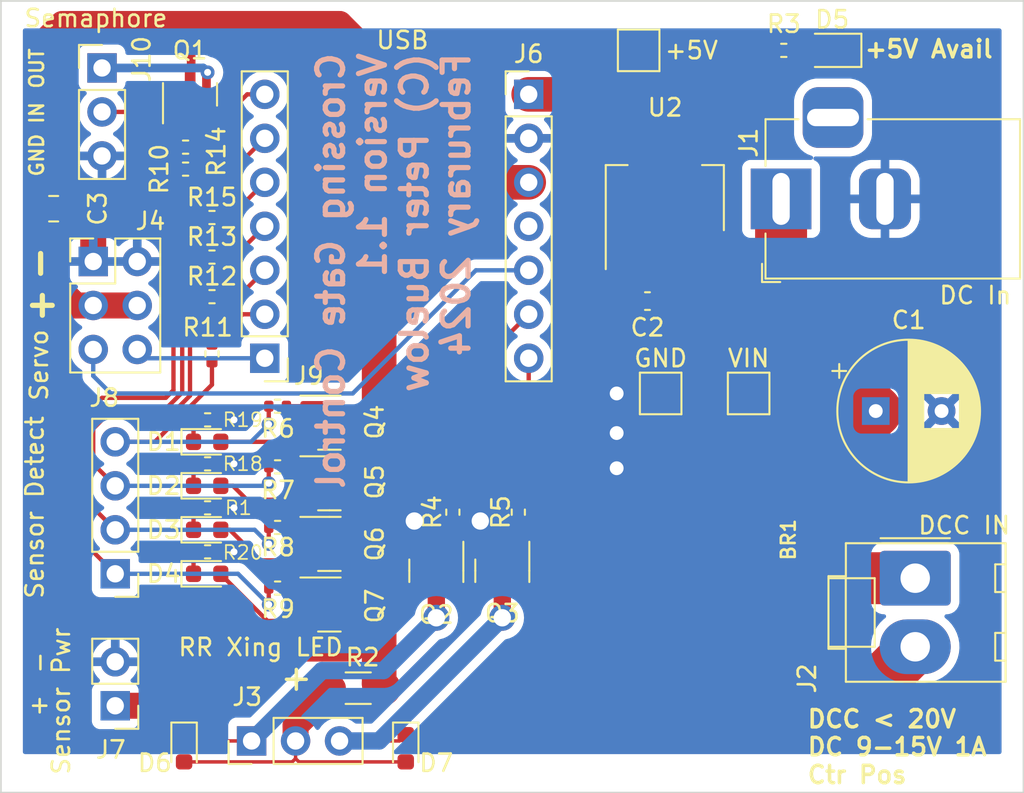
<source format=kicad_pcb>
(kicad_pcb (version 20221018) (generator pcbnew)
  (layers (0 "F.Cu" signal) (31 "B.Cu" signal) (34 "B.Paste" user) (35 "F.Paste" user) (36 "B.SilkS" user "B.Silkscreen") (37 "F.SilkS" user "F.Silkscreen") (38 "B.Mask" user) (39 "F.Mask" user) (44 "Edge.Cuts" user))
  (net 0 "")
  (net 1 "GND")
  (net 2 "Net-(D1-A)")
  (net 3 "+5V")
  (net 4 "Net-(J2-Pin_2)")
  (net 5 "+3V3")
  (net 6 "DETECT1")
  (net 7 "DETECT2")
  (net 8 "DETECT3")
  (net 9 "DETECT4")
  (net 10 "SIGRIGHT")
  (net 11 "SIGLEFT")
  (net 12 "GATE1")
  (net 13 "GATE2")
  (net 14 "ISACTIVE")
  (net 15 "Net-(J10-Pin_1)")
  (net 17 "Net-(D2-A)")
  (net 18 "Net-(D3-A)")
  (net 19 "Net-(D4-A)")
  (net 20 "Net-(D5-A)")
  (net 21 "SEMAPHORE")
  (net 23 "Net-(Q4-B)")
  (net 24 "Net-(Q5-B)")
  (net 25 "Net-(Q6-B)")
  (net 26 "Net-(Q7-B)")
  (net 27 "Net-(J10-Pin_2)")
  (net 28 "Net-(J9-Pin_2)")
  (net 29 "Net-(J9-Pin_3)")
  (net 30 "Net-(J9-Pin_4)")
  (net 31 "Net-(J9-Pin_5)")
  (net 32 "Net-(Q1-B)")
  (net 33 "Net-(Q2-B)")
  (net 34 "Net-(Q3-B)")
  (net 35 "Net-(D6-A)")
  (net 36 "Net-(U2-VI)")
  (net 37 "Net-(BR1-~.)")
  (net 38 "Net-(D1-K)")
  (net 39 "Net-(D2-K)")
  (net 40 "Net-(D3-K)")
  (net 41 "Net-(D4-K)")
  (net 42 "Net-(D6-K)")
  (net 43 "Net-(D7-K)")
  (footprint "Resistor_SMD:R_0402_1005Metric" (layer "F.Cu") (at 61.7 58.65 180)
    (fp_text reference "R6" (at -0.022 -1.294) (layer "F.SilkS"))
    (fp_text value "1k" hide)
    (pad "1" smd roundrect (at -0.51 0 180) (size 0.54 0.64) (layers "F.Cu" "F.Paste" "F.Mask") (net 23 "Net-(Q4-B)"))
    (pad "2" smd roundrect (at 0.51 0 180) (size 0.54 0.64) (layers "F.Cu" "F.Paste" "F.Mask") (net 6 "DETECT1"))
  )
  (footprint "Resistor_SMD:R_0402_1005Metric" (layer "F.Cu") (at 90.93 38.1)
    (fp_text reference "R3" (at 0.002 -1.524) (layer "F.SilkS"))
    (fp_text value "1k" hide)
    (pad "1" smd roundrect (at -0.51 0) (size 0.54 0.64) (layers "F.Cu" "F.Paste" "F.Mask") (net 3 "+5V"))
    (pad "2" smd roundrect (at 0.51 0) (size 0.54 0.64) (layers "F.Cu" "F.Paste" "F.Mask") (net 20 "Net-(D5-A)"))
  )
  (footprint "Resistor_SMD:R_1206_3216Metric" (layer "F.Cu") (at 66.3555 74.93 180)
    (fp_text reference "R2" (at -0.254 1.778) (layer "F.SilkS"))
    (fp_text value "1k" hide)
    (pad "1" smd roundrect (at -1.4625 0 180) (size 1.125 1.75) (layers "F.Cu" "F.Paste" "F.Mask") (roundrect_rratio 0.2222222222) (net 5 "+3V3"))
    (pad "2" smd roundrect (at 1.4625 0 180) (size 1.125 1.75) (layers "F.Cu" "F.Paste" "F.Mask") (roundrect_rratio 0.2222222222) (net 35 "Net-(D6-A)"))
  )
  (footprint "Package_TO_SOT_SMD:SOT-223" (layer "F.Cu") (at 84.06 46.634 90)
    (fp_text reference "U2" (at 5.232 0.014 180) (layer "F.SilkS"))
    (fp_text value "CJT1117-5.0" hide)
    (pad "1" smd rect (at -3.15 -2.3 90) (size 2 1.5) (layers "F.Cu" "F.Paste" "F.Mask") (net 1 "GND"))
    (pad "2" smd rect (at -3.15 0 90) (size 2 1.5) (layers "F.Cu" "F.Paste" "F.Mask") (net 3 "+5V"))
    (pad "3" smd rect (at -3.15 2.3 90) (size 2 1.5) (layers "F.Cu" "F.Paste" "F.Mask") (net 36 "Net-(U2-VI)"))
    (pad "4" smd rect (at 3.15 0 90) (size 2 3.8) (layers "F.Cu" "F.Paste" "F.Mask"))
  )
  (footprint "Capacitor_SMD:C_0805_2012Metric" (layer "F.Cu") (at 48.768 47.244)
    (fp_text reference "C3" (at 2.54 0 90) (layer "F.SilkS"))
    (fp_text value "47uf" hide)
    (pad "1" smd roundrect (at -0.95 0) (size 1 1.45) (layers "F.Cu" "F.Paste" "F.Mask") (net 5 "+3V3"))
    (pad "2" smd roundrect (at 0.95 0) (size 1 1.45) (layers "F.Cu" "F.Paste" "F.Mask") (net 1 "GND"))
  )
  (footprint "Resistor_SMD:R_0402_1005Metric" (layer "F.Cu") (at 57.66 59.436 180)
    (fp_text reference "R19" (at -2.03 0) (layer "F.SilkS") (effects (font (size 0.8 0.8) (thickness 0.1))))
    (fp_text value "100" hide)
    (pad "1" smd roundrect (at -0.51 0 180) (size 0.54 0.64) (layers "F.Cu" "F.Paste" "F.Mask") (net 1 "GND"))
    (pad "2" smd roundrect (at 0.51 0 180) (size 0.54 0.64) (layers "F.Cu" "F.Paste" "F.Mask") (net 38 "Net-(D1-K)"))
  )
  (footprint "LED_SMD:LED_0603_1608Metric" (layer "F.Cu") (at 57.6325 60.706)
    (fp_text reference "D1" (at -2.5145 0) (layer "F.SilkS"))
    (fp_text value "Yellow" hide)
    (pad "1" smd roundrect (at -0.7875 0) (size 0.875 0.95) (layers "F.Cu" "F.Paste" "F.Mask") (net 38 "Net-(D1-K)"))
    (pad "2" smd roundrect (at 0.7875 0) (size 0.875 0.95) (layers "F.Cu" "F.Paste" "F.Mask") (net 2 "Net-(D1-A)"))
  )
  (footprint "Resistor_SMD:R_0402_1005Metric" (layer "F.Cu") (at 56.386 43.688 180)
    (fp_text reference "R14" (at -1.78 -0.254 90) (layer "F.SilkS"))
    (fp_text value "1k" hide)
    (pad "1" smd roundrect (at -0.51 0 180) (size 0.54 0.64) (layers "F.Cu" "F.Paste" "F.Mask") (net 21 "SEMAPHORE"))
    (pad "2" smd roundrect (at 0.51 0 180) (size 0.54 0.64) (layers "F.Cu" "F.Paste" "F.Mask") (net 32 "Net-(Q1-B)"))
  )
  (footprint "Package_TO_SOT_SMD:SOT-23" (layer "F.Cu") (at 70.866 68.1505 -90)
    (fp_text reference "Q2" (at 2.54 0 -180) (layer "F.SilkS"))
    (fp_text value "MMBT2222A" hide)
    (pad "1" smd roundrect (at -0.9375 -0.95 270) (size 1.475 0.6) (layers "F.Cu" "F.Paste" "F.Mask") (net 33 "Net-(Q2-B)"))
    (pad "2" smd roundrect (at -0.9375 0.95 270) (size 1.475 0.6) (layers "F.Cu" "F.Paste" "F.Mask") (net 1 "GND"))
    (pad "3" smd roundrect (at 0.9375 0 270) (size 1.475 0.6) (layers "F.Cu" "F.Paste" "F.Mask") (net 42 "Net-(D6-K)"))
  )
  (footprint "Connector_BarrelJack:BarrelJack_Horizontal" (layer "F.Cu") (at 90.774 46.6775 180)
    (fp_text reference "J1" (at 1.874 3.2435 90) (layer "F.SilkS"))
    (fp_text value "Barrel_Jack_Switch" hide)
    (pad "1" thru_hole rect (at 0 0 180) (size 3.5 3.5) (drill oval 1 3) (layers "*.Cu" "*.Mask") (net 36 "Net-(U2-VI)"))
    (pad "2" thru_hole roundrect (at -6 0 180) (size 3 3.5) (drill oval 1 3) (layers "*.Cu" "*.Mask") (net 1 "GND"))
    (pad "3" thru_hole roundrect (at -3 4.7 180) (size 3.5 3.5) (drill oval 3 1) (layers "*.Cu" "*.Mask"))
  )
  (footprint "Resistor_SMD:R_0402_1005Metric" (layer "F.Cu") (at 57.91 55.626 90)
    (fp_text reference "R11" (at 1.524 -0.252 180) (layer "F.SilkS"))
    (fp_text value "120" hide)
    (pad "1" smd roundrect (at -0.51 0 90) (size 0.54 0.64) (layers "F.Cu" "F.Paste" "F.Mask") (net 6 "DETECT1"))
    (pad "2" smd roundrect (at 0.51 0 90) (size 0.54 0.64) (layers "F.Cu" "F.Paste" "F.Mask") (net 28 "Net-(J9-Pin_2)"))
  )
  (footprint "Connector_PinHeader_2.54mm:PinHeader_2x03_P2.54mm_Vertical" (layer "F.Cu") (at 51.054 50.292)
    (fp_text reference "J4" (at 3.302 -2.33) (layer "F.SilkS"))
    (fp_text value "Conn_02x03_Top_Bottom" hide)
    (pad "1" thru_hole rect (at 0 0) (size 1.7 1.7) (drill 1) (layers "*.Cu" "*.Mask") (net 1 "GND"))
    (pad "2" thru_hole oval (at 2.54 0) (size 1.7 1.7) (drill 1) (layers "*.Cu" "*.Mask") (net 1 "GND"))
    (pad "3" thru_hole oval (at 0 2.54) (size 1.7 1.7) (drill 1) (layers "*.Cu" "*.Mask") (net 5 "+3V3"))
    (pad "4" thru_hole oval (at 2.54 2.54) (size 1.7 1.7) (drill 1) (layers "*.Cu" "*.Mask") (net 5 "+3V3"))
    (pad "5" thru_hole oval (at 0 5.08) (size 1.7 1.7) (drill 1) (layers "*.Cu" "*.Mask") (net 13 "GATE2"))
    (pad "6" thru_hole oval (at 2.54 5.08) (size 1.7 1.7) (drill 1) (layers "*.Cu" "*.Mask") (net 12 "GATE1"))
  )
  (footprint "Resistor_SMD:R_0402_1005Metric" (layer "F.Cu") (at 61.7 62.15)
    (fp_text reference "R7" (at 0.022 1.35) (layer "F.SilkS"))
    (fp_text value "1k" hide)
    (pad "1" smd roundrect (at -0.51 0) (size 0.54 0.64) (layers "F.Cu" "F.Paste" "F.Mask") (net 7 "DETECT2"))
    (pad "2" smd roundrect (at 0.51 0) (size 0.54 0.64) (layers "F.Cu" "F.Paste" "F.Mask") (net 24 "Net-(Q5-B)"))
  )
  (footprint "Resistor_SMD:R_0402_1005Metric" (layer "F.Cu") (at 61.7 69.15 180)
    (fp_text reference "R9" (at -0.022 -1.208) (layer "F.SilkS"))
    (fp_text value "1k" hide)
    (pad "1" smd roundrect (at -0.51 0 180) (size 0.54 0.64) (layers "F.Cu" "F.Paste" "F.Mask") (net 26 "Net-(Q7-B)"))
    (pad "2" smd roundrect (at 0.51 0 180) (size 0.54 0.64) (layers "F.Cu" "F.Paste" "F.Mask") (net 9 "DETECT4"))
  )
  (footprint "Package_TO_SOT_SMD:SOT-23" (layer "F.Cu") (at 64.69 59.6)
    (fp_text reference "Q4" (at 2.6185 -0.04 90) (layer "F.SilkS"))
    (fp_text value "MMBT2222A" hide)
    (pad "1" smd roundrect (at -0.9375 -0.95) (size 1.475 0.6) (layers "F.Cu" "F.Paste" "F.Mask") (net 23 "Net-(Q4-B)"))
    (pad "2" smd roundrect (at -0.9375 0.95) (size 1.475 0.6) (layers "F.Cu" "F.Paste" "F.Mask") (net 2 "Net-(D1-A)"))
    (pad "3" smd roundrect (at 0.9375 0) (size 1.475 0.6) (layers "F.Cu" "F.Paste" "F.Mask") (net 5 "+3V3"))
  )
  (footprint "Connector_PinHeader_2.54mm:PinHeader_1x04_P2.54mm_Vertical" (layer "F.Cu") (at 52.324 68.326 180)
    (fp_text reference "J8" (at 0.635 10.16) (layer "F.SilkS"))
    (fp_text value "Screw_Terminal_01x04" hide)
    (pad "1" thru_hole rect (at 0 0 180) (size 1.7 1.7) (drill 1) (layers "*.Cu" "*.Mask") (net 9 "DETECT4"))
    (pad "2" thru_hole oval (at 0 2.54 180) (size 1.7 1.7) (drill 1) (layers "*.Cu" "*.Mask") (net 8 "DETECT3"))
    (pad "3" thru_hole oval (at 0 5.08 180) (size 1.7 1.7) (drill 1) (layers "*.Cu" "*.Mask") (net 7 "DETECT2"))
    (pad "4" thru_hole oval (at 0 7.62 180) (size 1.7 1.7) (drill 1) (layers "*.Cu" "*.Mask") (net 6 "DETECT1"))
  )
  (footprint "Connector_PinHeader_2.54mm:PinHeader_1x07_P2.54mm_Vertical" (layer "F.Cu") (at 60.96 55.88 180)
    (fp_text reference "J9" (at -2.54 -1.016) (layer "F.SilkS"))
    (fp_text value "Conn_01x07_Pin" hide)
    (pad "1" thru_hole rect (at 0 0 180) (size 1.7 1.7) (drill 1) (layers "*.Cu" "*.Mask") (net 12 "GATE1"))
    (pad "2" thru_hole oval (at 0 2.54 180) (size 1.7 1.7) (drill 1) (layers "*.Cu" "*.Mask") (net 28 "Net-(J9-Pin_2)"))
    (pad "3" thru_hole oval (at 0 5.08 180) (size 1.7 1.7) (drill 1) (layers "*.Cu" "*.Mask") (net 29 "Net-(J9-Pin_3)"))
    (pad "4" thru_hole oval (at 0 7.62 180) (size 1.7 1.7) (drill 1) (layers "*.Cu" "*.Mask") (net 30 "Net-(J9-Pin_4)"))
    (pad "5" thru_hole oval (at 0 10.16 180) (size 1.7 1.7) (drill 1) (layers "*.Cu" "*.Mask") (net 31 "Net-(J9-Pin_5)"))
    (pad "6" thru_hole oval (at 0 12.7 180) (size 1.7 1.7) (drill 1) (layers "*.Cu" "*.Mask") (net 14 "ISACTIVE"))
    (pad "7" thru_hole oval (at 0 15.24 180) (size 1.7 1.7) (drill 1) (layers "*.Cu" "*.Mask") (net 21 "SEMAPHORE"))
  )
  (footprint "TestPoint:TestPoint_Pad_2.0x2.0mm" (layer "F.Cu") (at 88.9 57.912)
    (fp_text reference "TP2" hide)
    (fp_text value "VIN" (at 0 -2.032) (layer "F.SilkS"))
    (pad "1" smd rect (at 0 0) (size 2 2) (layers "F.Cu" "F.Mask") (net 36 "Net-(U2-VI)"))
  )
  (footprint "Package_TO_SOT_SMD:SOT-23" (layer "F.Cu") (at 64.69 70.1)
    (fp_text reference "Q7" (at 2.6185 0.0785 90) (layer "F.SilkS"))
    (fp_text value "MMBT2222A" hide)
    (pad "1" smd roundrect (at -0.9375 -0.95) (size 1.475 0.6) (layers "F.Cu" "F.Paste" "F.Mask") (net 26 "Net-(Q7-B)"))
    (pad "2" smd roundrect (at -0.9375 0.95) (size 1.475 0.6) (layers "F.Cu" "F.Paste" "F.Mask") (net 19 "Net-(D4-A)"))
    (pad "3" smd roundrect (at 0.9375 0) (size 1.475 0.6) (layers "F.Cu" "F.Paste" "F.Mask") (net 5 "+3V3"))
  )
  (footprint "Package_TO_SOT_SMD:SOT-23" (layer "F.Cu") (at 56.642 40.64 90)
    (fp_text reference "Q1" (at 2.54 0 180) (layer "F.SilkS"))
    (fp_text value "MMBT2222A" hide)
    (pad "1" smd roundrect (at -0.9375 -0.95 90) (size 1.475 0.6) (layers "F.Cu" "F.Paste" "F.Mask") (net 32 "Net-(Q1-B)"))
    (pad "2" smd roundrect (at -0.9375 0.95 90) (size 1.475 0.6) (layers "F.Cu" "F.Paste" "F.Mask") (net 15 "Net-(J10-Pin_1)"))
    (pad "3" smd roundrect (at 0.9375 0 90) (size 1.475 0.6) (layers "F.Cu" "F.Paste" "F.Mask") (net 5 "+3V3"))
  )
  (footprint "Connector_PinHeader_2.54mm:PinHeader_1x03_P2.54mm_Vertical" (layer "F.Cu") (at 60.198 77.978 90)
    (fp_text reference "J3" (at 2.54 -0.254 180) (layer "F.SilkS"))
    (fp_text value "Signals" hide)
    (pad "1" thru_hole rect (at 0 0 90) (size 1.7 1.7) (drill 1) (layers "*.Cu" "*.Mask") (net 42 "Net-(D6-K)"))
    (pad "2" thru_hole oval (at 0 2.54 90) (size 1.7 1.7) (drill 1) (layers "*.Cu" "*.Mask") (net 35 "Net-(D6-A)"))
    (pad "3" thru_hole oval (at 0 5.08 90) (size 1.7 1.7) (drill 1) (layers "*.Cu" "*.Mask") (net 43 "Net-(D7-K)"))
  )
  (footprint "TestPoint:TestPoint_Pad_2.0x2.0mm" (layer "F.Cu") (at 82.55 38.1 180)
    (fp_text reference "TP3" hide)
    (fp_text value "+5V" (at -3.048 0) (layer "F.SilkS"))
    (pad "1" smd rect (at 0 0 180) (size 2 2) (layers "F.Cu" "F.Mask") (net 3 "+5V"))
  )
  (footprint "Package_TO_SOT_SMD:SOT-23" (layer "F.Cu") (at 64.69 66.6)
    (fp_text reference "Q6" (at 2.6185 0 90) (layer "F.SilkS"))
    (fp_text value "MMBT2222A" hide)
    (pad "1" smd roundrect (at -0.9375 -0.95) (size 1.475 0.6) (layers "F.Cu" "F.Paste" "F.Mask") (net 25 "Net-(Q6-B)"))
    (pad "2" smd roundrect (at -0.9375 0.95) (size 1.475 0.6) (layers "F.Cu" "F.Paste" "F.Mask") (net 18 "Net-(D3-A)"))
    (pad "3" smd roundrect (at 0.9375 0) (size 1.475 0.6) (layers "F.Cu" "F.Paste" "F.Mask") (net 5 "+3V3"))
  )
  (footprint "TestPoint:TestPoint_Pad_2.0x2.0mm" (layer "F.Cu") (at 83.82 57.912)
    (fp_text reference "TP1" hide)
    (fp_text value "GND" (at 0 -2.032) (layer "F.SilkS"))
    (pad "1" smd rect (at 0 0) (size 2 2) (layers "F.Cu" "F.Mask") (net 1 "GND"))
  )
  (footprint "LED_SMD:LED_0603_1608Metric" (layer "F.Cu") (at 56.3 78.4 -90)
    (fp_text reference "D6" (at 0.848 1.69) (layer "F.SilkS"))
    (fp_text value "LED" hide)
    (pad "1" smd roundrect (at -0.7875 0 270) (size 0.875 0.95) (layers "F.Cu" "F.Paste" "F.Mask") (net 42 "Net-(D6-K)"))
    (pad "2" smd roundrect (at 0.7875 0 270) (size 0.875 0.95) (layers "F.Cu" "F.Paste" "F.Mask") (net 35 "Net-(D6-A)"))
  )
  (footprint "LED_SMD:LED_0603_1608Metric" (layer "F.Cu") (at 57.6325 68.326)
    (fp_text reference "D4" (at -2.5145 0) (layer "F.SilkS"))
    (fp_text value "Yellow" hide)
    (pad "1" smd roundrect (at -0.7875 0) (size 0.875 0.95) (layers "F.Cu" "F.Paste" "F.Mask") (net 41 "Net-(D4-K)"))
    (pad "2" smd roundrect (at 0.7875 0) (size 0.875 0.95) (layers "F.Cu" "F.Paste" "F.Mask") (net 19 "Net-(D4-A)"))
  )
  (footprint "Connector_PinHeader_2.54mm:PinHeader_1x07_P2.54mm_Vertical" (layer "F.Cu") (at 76.2 40.64)
    (fp_text reference "J6" (at 0 -2.33) (layer "F.SilkS"))
    (fp_text value "Conn_01x07_Pin" hide)
    (pad "1" thru_hole rect (at 0 0) (size 1.7 1.7) (drill 1) (layers "*.Cu" "*.Mask") (net 3 "+5V"))
    (pad "2" thru_hole oval (at 0 2.54) (size 1.7 1.7) (drill 1) (layers "*.Cu" "*.Mask") (net 1 "GND"))
    (pad "3" thru_hole oval (at 0 5.08) (size 1.7 1.7) (drill 1) (layers "*.Cu" "*.Mask") (net 5 "+3V3"))
    (pad "4" thru_hole oval (at 0 7.62) (size 1.7 1.7) (drill 1) (layers "*.Cu" "*.Mask"))
    (pad "5" thru_hole oval (at 0 10.16) (size 1.7 1.7) (drill 1) (layers "*.Cu" "*.Mask") (net 13 "GATE2"))
    (pad "6" thru_hole oval (at 0 12.7) (size 1.7 1.7) (drill 1) (layers "*.Cu" "*.Mask") (net 10 "SIGRIGHT"))
    (pad "7" thru_hole oval (at 0 15.24) (size 1.7 1.7) (drill 1) (layers "*.Cu" "*.Mask") (net 11 "SIGLEFT"))
  )
  (footprint "Resistor_SMD:R_0402_1005Metric" (layer "F.Cu") (at 57.91 47.752)
    (fp_text reference "R15" (at 0 -1.17) (layer "F.SilkS"))
    (fp_text value "120" hide)
    (pad "1" smd roundrect (at -0.51 0) (size 0.54 0.64) (layers "F.Cu" "F.Paste" "F.Mask") (net 9 "DETECT4"))
    (pad "2" smd roundrect (at 0.51 0) (size 0.54 0.64) (layers "F.Cu" "F.Paste" "F.Mask") (net 31 "Net-(J9-Pin_5)"))
  )
  (footprint "Resistor_SMD:R_0402_1005Metric" (layer "F.Cu") (at 75.6 64.768 -90)
    (fp_text reference "R5" (at 0 1.016 90) (layer "F.SilkS"))
    (fp_text value "1k" hide)
    (pad "1" smd roundrect (at -0.51 0 270) (size 0.54 0.64) (layers "F.Cu" "F.Paste" "F.Mask") (net 11 "SIGLEFT"))
    (pad "2" smd roundrect (at 0.51 0 270) (size 0.54 0.64) (layers "F.Cu" "F.Paste" "F.Mask") (net 34 "Net-(Q3-B)"))
  )
  (footprint "Connector_PinHeader_2.54mm:PinHeader_1x03_P2.54mm_Vertical" (layer "F.Cu") (at 51.562 39.116)
    (fp_text reference "J10" (at 2.286 -0.508 90) (layer "F.SilkS"))
    (fp_text value "Signals" hide)
    (pad "1" thru_hole rect (at 0 0) (size 1.7 1.7) (drill 1) (layers "*.Cu" "*.Mask") (net 15 "Net-(J10-Pin_1)"))
    (pad "2" thru_hole oval (at 0 2.54) (size 1.7 1.7) (drill 1) (layers "*.Cu" "*.Mask") (net 27 "Net-(J10-Pin_2)"))
    (pad "3" thru_hole oval (at 0 5.08) (size 1.7 1.7) (drill 1) (layers "*.Cu" "*.Mask") (net 1 "GND"))
  )
  (footprint "Connector_PinHeader_2.54mm:PinHeader_1x02_P2.54mm_Vertical" (layer "F.Cu") (at 52.324 75.946 180)
    (fp_text reference "J7" (at 0.254 -2.54 180) (layer "F.SilkS"))
    (fp_text value "Sensor Power" hide)
    (pad "1" thru_hole rect (at 0 0 180) (size 1.7 1.7) (drill 1) (layers "*.Cu" "*.Mask") (net 5 "+3V3"))
    (pad "2" thru_hole oval (at 0 2.54 180) (size 1.7 1.7) (drill 1) (layers "*.Cu" "*.Mask") (net 1 "GND"))
  )
  (footprint "LED_SMD:LED_0603_1608Metric" (layer "F.Cu") (at 69.1 78.4 -90)
    (fp_text reference "D7" (at 0.848 -1.766) (layer "F.SilkS"))
    (fp_text value "LED" hide)
    (pad "1" smd roundrect (at -0.7875 0 270) (size 0.875 0.95) (layers "F.Cu" "F.Paste" "F.Mask") (net 43 "Net-(D7-K)"))
    (pad "2" smd roundrect (at 0.7875 0 270) (size 0.875 0.95) (layers "F.Cu" "F.Paste" "F.Mask") (net 35 "Net-(D6-A)"))
  )
  (footprint "personal:DIOB_DB107S" (layer "F.Cu") (at 86.37041 66.35558)
    (fp_text reference "BR1" (at 4.826 0 90) (layer "F.SilkS") (effects (font (size 0.8 0.8))))
    (fp_text value "DB107S" hide)
    (pad "+" smd rect (at 2.54959 -4.12558) (size 1.2 1.9) (layers "F.Cu" "F.Paste" "F.Mask") (net 36 "Net-(U2-VI)"))
    (pad "-" smd rect (at -2.55041 -4.12558) (size 1.2 1.9) (layers "F.Cu" "F.Paste" "F.Mask") (net 1 "GND"))
    (pad "3" smd rect (at 2.54959 4.12442) (size 1.2 1.9) (layers "F.Cu" "F.Paste" "F.Mask") (net 37 "Net-(BR1-~.)"))
    (pad "4" smd rect (at -2.55041 4.12442) (size 1.2 1.9) (layers "F.Cu" "F.Paste" "F.Mask") (net 4 "Net-(J2-Pin_2)"))
  )
  (footprint "Resistor_SMD:R_0402_1005Metric" (layer "F.Cu") (at 57.912 52.324)
    (fp_text reference "R12" (at 0 -1.17) (layer "F.SilkS"))
    (fp_text value "120" hide)
    (pad "1" smd roundrect (at -0.51 0) (size 0.54 0.64) (layers "F.Cu" "F.Paste" "F.Mask") (net 7 "DETECT2"))
    (pad "2" smd roundrect (at 0.51 0) (size 0.54 0.64) (layers "F.Cu" "F.Paste" "F.Mask") (net 29 "Net-(J9-Pin_3)"))
  )
  (footprint "Package_TO_SOT_SMD:SOT-23" (layer "F.Cu") (at 74.676 68.1505 -90)
    (fp_text reference "Q3" (at 2.4615 0 -180) (layer "F.SilkS"))
    (fp_text value "MMBT2222A" hide)
    (pad "1" smd roundrect (at -0.9375 -0.95 270) (size 1.475 0.6) (layers "F.Cu" "F.Paste" "F.Mask") (net 34 "Net-(Q3-B)"))
    (pad "2" smd roundrect (at -0.9375 0.95 270) (size 1.475 0.6) (layers "F.Cu" "F.Paste" "F.Mask") (net 1 "GND"))
    (pad "3" smd roundrect (at 0.9375 0 270) (size 1.475 0.6) (layers "F.Cu" "F.Paste" "F.Mask") (net 43 "Net-(D7-K)"))
  )
  (footprint "Resistor_SMD:R_0402_1005Metric" (layer "F.Cu") (at 56.386 44.958 180)
    (fp_text reference "R10" (at 1.522 0 90) (layer "F.SilkS"))
    (fp_text value "120" hide)
    (pad "1" smd roundrect (at -0.51 0 180) (size 0.54 0.64) (layers "F.Cu" "F.Paste" "F.Mask") (net 14 "ISACTIVE"))
    (pad "2" smd roundrect (at 0.51 0 180) (size 0.54 0.64) (layers "F.Cu" "F.Paste" "F.Mask") (net 27 "Net-(J10-Pin_2)"))
  )
  (footprint "Resistor_SMD:R_0402_1005Metric" (layer "F.Cu") (at 71.82 64.768 -90)
    (fp_text reference "R4" (at 0 1.1938 90) (layer "F.SilkS"))
    (fp_text value "1k" hide)
    (pad "1" smd roundrect (at -0.51 0 270) (size 0.54 0.64) (layers "F.Cu" "F.Paste" "F.Mask") (net 10 "SIGRIGHT"))
    (pad "2" smd roundrect (at 0.51 0 270) (size 0.54 0.64) (layers "F.Cu" "F.Paste" "F.Mask") (net 33 "Net-(Q2-B)"))
  )
  (footprint "Package_TO_SOT_SMD:SOT-23" (layer "F.Cu") (at 64.69 63.1)
    (fp_text reference "Q5" (at 2.6185 -0.0785 90) (layer "F.SilkS"))
    (fp_text value "MMBT2222A" hide)
    (pad "1" smd roundrect (at -0.9375 -0.95) (size 1.475 0.6) (layers "F.Cu" "F.Paste" "F.Mask") (net 24 "Net-(Q5-B)"))
    (pad "2" smd roundrect (at -0.9375 0.95) (size 1.475 0.6) (layers "F.Cu" "F.Paste" "F.Mask") (net 17 "Net-(D2-A)"))
    (pad "3" smd roundrect (at 0.9375 0) (size 1.475 0.6) (layers "F.Cu" "F.Paste" "F.Mask") (net 5 "+3V3"))
  )
  (footprint "Resistor_SMD:R_0402_1005Metric" (layer "F.Cu") (at 57.658 61.976 180)
    (fp_text reference "R18" (at -2.032 0) (layer "F.SilkS") (effects (font (size 0.8 0.8) (thickness 0.1))))
    (fp_text value "100" hide)
    (pad "1" smd roundrect (at -0.51 0 180) (size 0.54 0.64) (layers "F.Cu" "F.Paste" "F.Mask") (net 1 "GND"))
    (pad "2" smd roundrect (at 0.51 0 180) (size 0.54 0.64) (layers "F.Cu" "F.Paste" "F.Mask") (net 39 "Net-(D2-K)"))
  )
  (footprint "LED_SMD:LED_0603_1608Metric" (layer "F.Cu") (at 57.6325 63.246)
    (fp_text reference "D2" (at -2.5145 0) (layer "F.SilkS"))
    (fp_text value "Yellow" hide)
    (pad "1" smd roundrect (at -0.7875 0) (size 0.875 0.95) (layers "F.Cu" "F.Paste" "F.Mask") (net 39 "Net-(D2-K)"))
    (pad "2" smd roundrect (at 0.7875 0) (size 0.875 0.95) (layers "F.Cu" "F.Paste" "F.Mask") (net 17 "Net-(D2-A)"))
  )
  (footprint "Capacitor_THT:CP_Radial_D8.0mm_P3.80mm" (layer "F.Cu") (at 96.241349 58.928)
    (fp_text reference "C1" (at 1.9 -5.25) (layer "F.SilkS"))
    (fp_text value "330uf" hide)
    (pad "1" thru_hole rect (at 0 0) (size 1.6 1.6) (drill 0.8) (layers "*.Cu" "*.Mask") (net 36 "Net-(U2-VI)"))
    (pad "2" thru_hole circle (at 3.8 0) (size 1.6 1.6) (drill 0.8) (layers "*.Cu" "*.Mask") (net 1 "GND"))
  )
  (footprint "LED_SMD:LED_0603_1608Metric" (layer "F.Cu") (at 57.6325 65.786)
    (fp_text reference "D3" (at -2.5145 0) (layer "F.SilkS"))
    (fp_text value "Yellow" hide)
    (pad "1" smd roundrect (at -0.7875 0) (size 0.875 0.95) (layers "F.Cu" "F.Paste" "F.Mask") (net 40 "Net-(D3-K)"))
    (pad "2" smd roundrect (at 0.7875 0) (size 0.875 0.95) (layers "F.Cu" "F.Paste" "F.Mask") (net 18 "Net-(D3-A)"))
  )
  (footprint "Capacitor_SMD:C_0603_1608Metric" (layer "F.Cu") (at 83.058 52.578 180)
    (fp_text reference "C2" (at 0 -1.524 180) (layer "F.SilkS"))
    (fp_text value "220pf" hide)
    (pad "1" smd roundrect (at -0.775 0 180) (size 0.9 0.95) (layers "F.Cu" "F.Paste" "F.Mask") (net 3 "+5V"))
    (pad "2" smd roundrect (at 0.775 0 180) (size 0.9 0.95) (layers "F.Cu" "F.Paste" "F.Mask") (net 1 "GND"))
  )
  (footprint "Resistor_SMD:R_0402_1005Metric" (layer "F.Cu") (at 61.7 65.65 180)
    (fp_text reference "R8" (at -0.022 -1.152) (layer "F.SilkS"))
    (fp_text value "1k" hide)
    (pad "1" smd roundrect (at -0.51 0 180) (size 0.54 0.64) (layers "F.Cu" "F.Paste" "F.Mask") (net 25 "Net-(Q6-B)"))
    (pad "2" smd roundrect (at 0.51 0 180) (size 0.54 0.64) (layers "F.Cu" "F.Paste" "F.Mask") (net 8 "DETECT3"))
  )
  (footprint "Connector_Molex:Molex_KK-396_A-41791-0002_1x02_P3.96mm_Vertical" (layer "F.Cu") (at 98.52 68.58 -90)
    (fp_text reference "J2" (at 5.79 6.245 90) (layer "F.SilkS"))
    (fp_text value "DCC IN" (at -3.048 -2.826) (layer "F.SilkS"))
    (pad "1" thru_hole roundrect (at 0 0 270) (size 3.16 4.1) (drill 1.7) (layers "*.Cu" "*.Mask") (roundrect_rratio 0.07911392405) (net 37 "Net-(BR1-~.)"))
    (pad "2" thru_hole oval (at 3.96 0 270) (size 3.16 4.1) (drill 1.7) (layers "*.Cu" "*.Mask") (net 4 "Net-(J2-Pin_2)"))
  )
  (footprint "Resistor_SMD:R_0402_1005Metric" (layer "F.Cu") (at 57.658 67.056 180)
    (fp_text reference "R20" (at -2.032 -0.044) (layer "F.SilkS") (effects (font (size 0.8 0.8) (thickness 0.1))))
    (fp_text value "100" hide)
    (pad "1" smd roundrect (at -0.51 0 180) (size 0.54 0.64) (layers "F.Cu" "F.Paste" "F.Mask") (net 1 "GND"))
    (pad "2" smd roundrect (at 0.51 0 180) (size 0.54 0.64) (layers "F.Cu" "F.Paste" "F.Mask") (net 41 "Net-(D4-K)"))
  )
  (footprint "Resistor_SMD:R_0402_1005Metric" (layer "F.Cu") (at 57.656 64.516 180)
    (fp_text reference "R1" (at -1.78 -0.004) (layer "F.SilkS") (effects (font (size 0.8 0.8) (thickness 0.1))))
    (fp_text value "100" hide)
    (pad "1" smd roundrect (at -0.51 0 180) (size 0.54 0.64) (layers "F.Cu" "F.Paste" "F.Mask") (net 1 "GND"))
    (pad "2" smd roundrect (at 0.51 0 180) (size 0.54 0.64) (layers "F.Cu" "F.Paste" "F.Mask") (net 40 "Net-(D3-K)"))
  )
  (footprint "Resistor_SMD:R_0402_1005Metric" (layer "F.Cu") (at 57.91 50.038)
    (fp_text reference "R13" (at 0 -1.17) (layer "F.SilkS"))
    (fp_text value "120" hide)
    (pad "1" smd roundrect (at -0.51 0) (size 0.54 0.64) (layers "F.Cu" "F.Paste" "F.Mask") (net 8 "DETECT3"))
    (pad "2" smd roundrect (at 0.51 0) (size 0.54 0.64) (layers "F.Cu" "F.Paste" "F.Mask") (net 30 "Net-(J9-Pin_4)"))
  )
  (footprint "LED_SMD:LED_0805_2012Metric" (layer "F.Cu") (at 93.726 38.1 180)
    (fp_text reference "D5" (at 0 1.778) (layer "F.SilkS"))
    (fp_text value "Green" hide)
    (pad "1" smd roundrect (at -0.9375 0 180) (size 0.975 1.4) (layers "F.Cu" "F.Paste" "F.Mask") (net 1 "GND"))
    (pad "2" smd roundrect (at 0.9375 0 180) (size 0.975 1.4) (layers "F.Cu" "F.Paste" "F.Mask") (net 20 "Net-(D5-A)"))
  )
  (gr_rect (start 45.72 35.241802) (end 104.775 80.961802) (stroke (width 0.1)) (fill none) (layer "Edge.Cuts"))
  (gr_text "Crossing Gate Control\nVersion 1.1\n(C) Peter Buelow\nFebrurary 2024" (at 72.898 38.1 90) (layer "B.SilkS") (effects (font (size 1.5 1.5) (thickness 0.3) bold) (justify left bottom mirror)))
  (gr_text "-" (at 47.244 49.276 -90) (layer "F.SilkS") (effects (font (size 1.5 1.5) (thickness 0.3) bold) (justify left bottom)))
  (gr_text "Semaphore" (at 46.99 36.83) (layer "F.SilkS") (effects (font (size 1 1)) (justify left bottom)))
  (gr_text "GND" (at 48.26 45.466 90) (layer "F.SilkS") (effects (font (size 0.8 0.8)) (justify left bottom)))
  (gr_text "+" (at 61.722 75.184) (layer "F.SilkS") (effects (font (size 1.5 1.5) (thickness 0.2)) (justify left bottom)))
  (gr_text "OUT" (at 48.26 40.386 90) (layer "F.SilkS") (effects (font (size 0.8 0.8)) (justify left bottom)))
  (gr_text "DCC < 20V\nDC 9-15V 1A\nCtr Pos" (at 92.202 80.518) (layer "F.SilkS") (effects (font (size 1 1) (thickness 0.2) bold) (justify left bottom)))
  (gr_text "+" (at 46.99 53.594) (layer "F.SilkS") (effects (font (size 1.5 1.5) (thickness 0.3) bold) (justify left bottom)))
  (gr_text "DC In" (at 99.822 52.832) (layer "F.SilkS") (effects (font (size 1 1)) (justify left bottom)))
  (gr_text "RR Xing LED" (at 55.88 73.152) (layer "F.SilkS") (effects (font (size 1 1)) (justify left bottom)))
  (gr_text "Sensor Detect" (at 48.26 69.85 90) (layer "F.SilkS") (effects (font (size 1 1)) (justify left bottom)))
  (gr_text "Sensor Pwr" (at 49.784 80.01 90) (layer "F.SilkS") (effects (font (size 1 1)) (justify left bottom)))
  (gr_text "IN" (at 48.26 42.418 90) (layer "F.SilkS") (effects (font (size 0.8 0.8)) (justify left bottom)))
  (gr_text "-" (at 48.514 74.168 90) (layer "F.SilkS") (effects (font (size 1 1)) (justify left bottom)))
  (gr_text "+5V Avail" (at 95.504 38.608) (layer "F.SilkS") (effects (font (size 1 1) (thickness 0.2) bold) (justify left bottom)))
  (gr_text "USB" (at 67.31 38.1) (layer "F.SilkS") (effects (font (size 1 1)) (justify left bottom)))
  (gr_text "Servo" (at 48.514 58.42 90) (layer "F.SilkS") (effects (font (size 1 1)) (justify left bottom)))
  (gr_text "+" (at 47.244 76.454) (layer "F.SilkS") (effects (font (size 1 1)) (justify left bottom)))
  (segment (start 83.82 62.23) (end 83.82 57.912) (width 2) (layer "F.Cu") (net 1))
  (segment (start 81.76 55.852) (end 81.76 52.155) (width 2) (layer "F.Cu") (net 1))
  (segment (start 81.28 50.264) (end 81.76 49.784) (width 2) (layer "F.Cu") (net 1))
  (segment (start 95.758 38.1) (end 94.6635 38.1) (width 0.25) (layer "F.Cu") (net 1))
  (segment (start 81.28 60.198) (end 81.28 62.23) (width 2) (layer "F.Cu") (net 1))
  (segment (start 69.596 66.893) (end 69.916 67.213) (width 1) (layer "F.Cu") (net 1))
  (segment (start 51.054 50.292) (end 51.054 48.58) (width 1.5) (layer "F.Cu") (net 1))
  (segment (start 81.28 57.912) (end 81.28 50.264) (width 2) (layer "F.Cu") (net 1))
  (segment (start 69.596 65.278) (end 69.596 66.893) (width 1) (layer "F.Cu") (net 1))
  (segment (start 73.406 65.278) (end 73.406 66.893) (width 1) (layer "F.Cu") (net 1))
  (segment (start 58.168 67.056) (end 59.182 67.056) (width 0.25) (layer "F.Cu") (net 1))
  (segment (start 83.82 62.23) (end 81.28 62.23) (width 2) (layer "F.Cu") (net 1))
  (segment (start 95.758 38.1) (end 96.774 39.116) (width 0.25) (layer "F.Cu") (net 1))
  (segment (start 83.82 57.912) (end 81.28 57.912) (width 2) (layer "F.Cu") (net 1))
  (segment (start 81.76 52.155) (end 82.183 52.578) (width 2) (layer "F.Cu") (net 1))
  (segment (start 97.282 46.4235) (end 97.536 46.6775) (width 0.25) (layer "F.Cu") (net 1))
  (segment (start 51.054 48.58) (end 49.718 47.244) (width 1.5) (layer "F.Cu") (net 1))
  (segment (start 81.28 57.912) (end 81.28 60.198) (width 2) (layer "F.Cu") (net 1))
  (segment (start 81.76 49.784) (end 81.76 52.155) (width 2) (layer "F.Cu") (net 1))
  (segment (start 96.774 39.116) (end 96.774 46.6775) (width 0.25) (layer "F.Cu") (net 1))
  (segment (start 58.168 61.976) (end 59.182 61.976) (width 0.25) (layer "F.Cu") (net 1))
  (segment (start 83.82 57.912) (end 81.76 55.852) (width 2) (layer "F.Cu") (net 1))
  (segment (start 58.166 64.516) (end 59.182 64.516) (width 0.25) (layer "F.Cu") (net 1))
  (segment (start 58.17 59.436) (end 59.182 59.436) (width 0.25) (layer "F.Cu") (net 1))
  (segment (start 73.406 66.893) (end 73.726 67.213) (width 1) (layer "F.Cu") (net 1))
  (via (at 59.182 59.436) (size 0.8) (drill 0.4) (layers "F.Cu" "B.Cu") (net 1))
  (via (at 81.28 60.198) (size 1.5) (drill 0.8) (layers "F.Cu" "B.Cu") (net 1))
  (via (at 69.596 65.278) (size 1.5) (drill 1) (layers "F.Cu" "B.Cu") (net 1))
  (via (at 59.182 64.516) (size 0.8) (drill 0.4) (layers "F.Cu" "B.Cu") (net 1))
  (via (at 81.28 62.23) (size 1.5) (drill 0.8) (layers "F.Cu" "B.Cu") (net 1))
  (via (at 59.182 67.056) (size 0.8) (drill 0.4) (layers "F.Cu" "B.Cu") (net 1))
  (via (at 59.182 61.976) (size 0.8) (drill 0.4) (layers "F.Cu" "B.Cu") (net 1))
  (via (at 73.406 65.278) (size 1.5) (drill 1) (layers "F.Cu" "B.Cu") (net 1))
  (via (at 81.28 57.912) (size 1.5) (drill 0.8) (layers "F.Cu" "B.Cu") (net 1))
  (segment (start 63.5965 60.706) (end 63.7525 60.55) (width 0.25) (layer "F.Cu") (net 2))
  (segment (start 58.42 60.706) (end 63.5965 60.706) (width 0.25) (layer "F.Cu") (net 2))
  (segment (start 84.06 49.784) (end 84.06 48.520163) (width 2) (layer "F.Cu") (net 3))
  (segment (start 83.833 52.578) (end 84.06 52.351) (width 0.2) (layer "F.Cu") (net 3))
  (segment (start 84.06 52.351) (end 84.06 49.784) (width 0.2) (layer "F.Cu") (net 3))
  (segment (start 76.2 40.64) (end 77.978 40.64) (width 2) (layer "F.Cu") (net 3))
  (segment (start 84.06 48.520163) (end 79.424 43.884163) (width 2) (layer "F.Cu") (net 3))
  (segment (start 82.55 38.1) (end 80.518 38.1) (width 0.5) (layer "F.Cu") (net 3))
  (segment (start 79.424 43.884163) (end 79.424 42.086) (width 2) (layer "F.Cu") (net 3))
  (segment (start 79.424 42.086) (end 77.978 40.64) (width 2) (layer "F.Cu") (net 3))
  (segment (start 90.42 38.1) (end 82.55 38.1) (width 0.25) (layer "F.Cu") (net 3))
  (segment (start 80.518 38.1) (end 77.978 40.64) (width 0.5) (layer "F.Cu") (net 3))
  (segment (start 83.82 70.48) (end 83.82 72.39) (width 3) (layer "F.Cu") (net 4))
  (segment (start 96.13 74.93) (end 98.52 72.54) (width 3) (layer "F.Cu") (net 4))
  (segment (start 83.82 72.39) (end 86.36 74.93) (width 3) (layer "F.Cu") (net 4))
  (segment (start 86.36 74.93) (end 96.13 74.93) (width 3) (layer "F.Cu") (net 4))
  (segment (start 74.422 45.72) (end 76.2 45.72) (width 2) (layer "F.Cu") (net 5))
  (segment (start 67.564 69.342) (end 67.564 71.12) (width 2) (layer "F.Cu") (net 5))
  (segment (start 67.564 61.976) (end 67.564 64.516) (width 2) (layer "F.Cu") (net 5))
  (segment (start 53.594 52.832) (end 51.054 52.832) (width 1.5) (layer "F.Cu") (net 5))
  (segment (start 66.806 70.1) (end 67.564 69.342) (width 0.5) (layer "F.Cu") (net 5))
  (segment (start 65.6275 63.1) (end 66.44 63.1) (width 0.5) (layer "F.Cu") (net 5))
  (segment (start 52.324 75.946) (end 56.134 75.946) (width 1.5) (layer "F.Cu") (net 5))
  (segment (start 66.04 72.644) (end 67.564 71.12) (width 1.5) (layer "F.Cu") (net 5))
  (segment (start 65.278 36.576) (end 58.166 36.576) (width 1.5) (layer "F.Cu") (net 5))
  (segment (start 56.708 39.878) (end 56.708 38.034) (width 0.5) (layer "F.Cu") (net 5))
  (segment (start 47.752 38.1) (end 47.752 46.99) (width 1.5) (layer "F.Cu") (net 5))
  (segment (start 67.564 64.516) (end 67.564 65.532) (width 2) (layer "F.Cu") (net 5))
  (segment (start 56.708 38.034) (end 58.166 36.576) (width 0.5) (layer "F.Cu") (net 5))
  (segment (start 65.6275 70.1) (end 66.806 70.1) (width 0.5) (layer "F.Cu") (net 5))
  (segment (start 74.422 45.72) (end 67.564 52.578) (width 2) (layer "F.Cu") (net 5))
  (segment (start 67.564 52.578) (end 67.564 58.42) (width 2) (layer "F.Cu") (net 5))
  (segment (start 56.134 75.946) (end 59.436 72.644) (width 1.5) (layer "F.Cu") (net 5))
  (segment (start 47.752 46.99) (end 47.752 50.546) (width 1.5) (layer "F.Cu") (net 5))
  (segment (start 50.038 52.832) (end 47.752 50.546) (width 1.5) (layer "F.Cu") (net 5))
  (segment (start 67.564 58.42) (end 67.564 61.976) (width 2) (layer "F.Cu") (net 5))
  (segment (start 66.496 66.6) (end 67.564 65.532) (width 0.5) (layer "F.Cu") (net 5))
  (segment (start 59.436 72.644) (end 66.04 72.644) (width 1.5) (layer "F.Cu") (net 5))
  (segment (start 49.276 36.576) (end 47.752 38.1) (width 1.5) (layer "F.Cu") (net 5))
  (segment (start 65.278 36.576) (end 74.422 45.72) (width 1.5) (layer "F.Cu") (net 5))
  (segment (start 51.054 52.832) (end 50.038 52.832) (width 1.5) (layer "F.Cu") (net 5))
  (segment (start 58.166 36.576) (end 49.276 36.576) (width 1.5) (layer "F.Cu") (net 5))
  (segment (start 66.44 63.1) (end 67.564 61.976) (width 0.5) (layer "F.Cu") (net 5))
  (segment (start 66.384 59.6) (end 67.564 58.42) (width 0.5) (layer "F.Cu") (net 5))
  (segment (start 67.564 68.58) (end 67.564 69.342) (width 2) (layer "F.Cu") (net 5))
  (segment (start 65.6275 66.6) (end 66.496 66.6) (width 0.5) (layer "F.Cu") (net 5))
  (segment (start 65.6275 59.6) (end 66.384 59.6) (width 0.5) (layer "F.Cu") (net 5))
  (segment (start 67.564 65.532) (end 67.564 68.58) (width 2) (layer "F.Cu") (net 5))
  (segment (start 67.564 74.676) (end 67.818 74.93) (width 2) (layer "F.Cu") (net 5))
  (segment (start 67.564 71.12) (end 67.564 74.676) (width 2) (layer "F.Cu") (net 5))
  (segment (start 52.324 60.706) (end 54.61 60.706) (width 0.25) (layer "F.Cu") (net 6))
  (segment (start 54.61 60.706) (end 57.91 57.406) (width 0.25) (layer "F.Cu") (net 6))
  (segment (start 61.19 59.68) (end 61.18 59.69) (width 0.25) (layer "F.Cu") (net 6))
  (segment (start 57.91 57.406) (end 57.91 56.136) (width 0.25) (layer "F.Cu") (net 6))
  (segment (start 61.19 58.65) (end 61.19 59.68) (width 0.25) (layer "F.Cu") (net 6))
  (via (at 61.18 59.69) (size 0.8) (drill 0.4) (layers "F.Cu" "B.Cu") (net 6))
  (segment (start 52.324 60.706) (end 60.164 60.706) (width 0.25) (layer "B.Cu") (net 6))
  (segment (start 60.164 60.706) (end 61.18 59.69) (width 0.25) (layer "B.Cu") (net 6))
  (segment (start 56.642 58.037604) (end 56.642 53.084) (width 0.25) (layer "F.Cu") (net 7))
  (segment (start 56.642 53.084) (end 57.402 52.324) (width 0.25) (layer "F.Cu") (net 7))
  (segment (start 52.324 63.246) (end 51.054 61.976) (width 0.25) (layer "F.Cu") (net 7))
  (segment (start 51.054 59.944) (end 51.816 59.182) (width 0.25) (layer "F.Cu") (net 7))
  (segment (start 55.497604 59.182) (end 56.642 58.037604) (width 0.25) (layer "F.Cu") (net 7))
  (segment (start 61.19 62.15) (end 61.19 63.1) (width 0.25) (layer "F.Cu") (net 7))
  (segment (start 51.816 59.182) (end 55.497604 59.182) (width 0.25) (layer "F.Cu") (net 7))
  (segment (start 51.054 61.976) (end 51.054 59.944) (width 0.25) (layer "F.Cu") (net 7))
  (via (at 61.19 63.1) (size 0.8) (drill 0.4) (layers "F.Cu" "B.Cu") (net 7))
  (segment (start 61.044 63.246) (end 61.19 63.1) (width 0.25) (layer "B.Cu") (net 7))
  (segment (start 52.324 63.246) (end 61.044 63.246) (width 0.25) (layer "B.Cu") (net 7))
  (segment (start 51.629604 58.732) (end 55.311208 58.732) (width 0.25) (layer "F.Cu") (net 8))
  (segment (start 50.604 59.757604) (end 51.629604 58.732) (width 0.25) (layer "F.Cu") (net 8))
  (segment (start 52.324 65.786) (end 50.604 64.066) (width 0.25) (layer "F.Cu") (net 8))
  (segment (start 56.192 51.246) (end 57.4 50.038) (width 0.25) (layer "F.Cu") (net 8))
  (segment (start 61.19 65.65) (end 61.19 66.6) (width 0.25) (layer "F.Cu") (net 8))
  (segment (start 56.192 57.851208) (end 56.192 51.246) (width 0.25) (layer "F.Cu") (net 8))
  (segment (start 50.604 64.066) (end 50.604 59.757604) (width 0.25) (layer "F.Cu") (net 8))
  (segment (start 55.311208 58.732) (end 56.192 57.851208) (width 0.25) (layer "F.Cu") (net 8))
  (via (at 61.19 66.6) (size 0.8) (drill 0.4) (layers "F.Cu" "B.Cu") (net 8))
  (segment (start 60.376 65.786) (end 61.19 66.6) (width 0.25) (layer "B.Cu") (net 8))
  (segment (start 52.324 65.786) (end 60.376 65.786) (width 0.25) (layer "B.Cu") (net 8))
  (segment (start 50.154 59.571208) (end 51.559208 58.166) (width 0.25) (layer "F.Cu") (net 9))
  (segment (start 55.687406 57.719406) (end 55.687406 49.464594) (width 0.25) (layer "F.Cu") (net 9))
  (segment (start 61.19 69.15) (end 61.19 70.1) (width 0.25) (layer "F.Cu") (net 9))
  (segment (start 52.324 68.326) (end 50.154 66.156) (width 0.25) (layer "F.Cu") (net 9))
  (segment (start 55.240812 58.166) (end 55.687406 57.719406) (width 0.25) (layer "F.Cu") (net 9))
  (segment (start 51.559208 58.166) (end 55.240812 58.166) (width 0.25) (layer "F.Cu") (net 9))
  (segment (start 55.687406 49.464594) (end 57.4 47.752) (width 0.25) (layer "F.Cu") (net 9))
  (segment (start 50.154 66.156) (end 50.154 59.571208) (width 0.25) (layer "F.Cu") (net 9))
  (via (at 61.19 70.1) (size 0.8) (drill 0.4) (layers "F.Cu" "B.Cu") (net 9))
  (segment (start 59.416 68.326) (end 61.19 70.1) (width 0.25) (layer "B.Cu") (net 9))
  (segment (start 52.324 68.326) (end 59.416 68.326) (width 0.25) (layer "B.Cu") (net 9))
  (segment (start 71.82 57.72) (end 76.2 53.34) (width 0.25) (layer "F.Cu") (net 10))
  (segment (start 71.82 64.258) (end 71.82 57.72) (width 0.25) (layer "F.Cu") (net 10))
  (segment (start 75.6 64.258) (end 76.2 63.658) (width 0.25) (layer "F.Cu") (net 11))
  (segment (start 76.2 63.658) (end 76.2 55.88) (width 0.25) (layer "F.Cu") (net 11))
  (segment (start 53.594 55.372) (end 54.102 55.88) (width 0.25) (layer "B.Cu") (net 12))
  (segment (start 54.102 55.88) (end 60.96 55.88) (width 0.25) (layer "B.Cu") (net 12))
  (segment (start 66.04 57.912) (end 73.152 50.8) (width 0.25) (layer "B.Cu") (net 13))
  (segment (start 51.054 55.372) (end 51.054 56.896) (width 0.25) (layer "B.Cu") (net 13))
  (segment (start 51.054 56.896) (end 52.07 57.912) (width 0.25) (layer "B.Cu") (net 13))
  (segment (start 73.152 50.8) (end 76.2 50.8) (width 0.25) (layer "B.Cu") (net 13))
  (segment (start 52.07 57.912) (end 66.04 57.912) (width 0.25) (layer "B.Cu") (net 13))
  (segment (start 59.182 44.958) (end 60.96 43.18) (width 0.25) (layer "F.Cu") (net 14))
  (segment (start 56.896 44.958) (end 59.182 44.958) (width 0.25) (layer "F.Cu") (net 14))
  (segment (start 57.592 39.436) (end 57.658 39.37) (width 0.5) (layer "F.Cu") (net 15))
  (segment (start 57.592 41.5775) (end 57.592 39.436) (width 0.5) (layer "F.Cu") (net 15))
  (via (at 57.658 39.37) (size 0.8) (drill 0.4) (layers "F.Cu" "B.Cu") (net 15))
  (segment (start 57.658 39.37) (end 57.404 39.116) (width 0.5) (layer "B.Cu") (net 15))
  (segment (start 57.404 39.116) (end 51.562 39.116) (width 0.5) (layer "B.Cu") (net 15))
  (segment (start 59.927462 64.05) (end 63.7525 64.05) (width 0.25) (layer "F.Cu") (net 17))
  (segment (start 58.42 63.246) (end 59.123462 63.246) (width 0.25) (layer "F.Cu") (net 17))
  (segment (start 59.123462 63.246) (end 59.927462 64.05) (width 0.25) (layer "F.Cu") (net 17))
  (segment (start 58.937305 65.786) (end 60.701305 67.55) (width 0.25) (layer "F.Cu") (net 18))
  (segment (start 60.701305 67.55) (end 63.7525 67.55) (width 0.25) (layer "F.Cu") (net 18))
  (segment (start 58.42 65.786) (end 58.937305 65.786) (width 0.25) (layer "F.Cu") (net 18))
  (segment (start 61.114695 71.05) (end 63.7525 71.05) (width 0.25) (layer "F.Cu") (net 19))
  (segment (start 58.42 68.355305) (end 61.114695 71.05) (width 0.25) (layer "F.Cu") (net 19))
  (segment (start 58.42 68.326) (end 58.42 68.355305) (width 0.25) (layer "F.Cu") (net 19))
  (segment (start 91.44 38.1) (end 92.7885 38.1) (width 0.25) (layer "F.Cu") (net 20))
  (segment (start 56.896 43.688) (end 58.42 43.688) (width 0.25) (layer "F.Cu") (net 21))
  (segment (start 59.436 42.672) (end 59.436 41.148) (width 0.25) (layer "F.Cu") (net 21))
  (segment (start 58.42 43.688) (end 59.436 42.672) (width 0.25) (layer "F.Cu") (net 21))
  (segment (start 59.944 40.64) (end 60.96 40.64) (width 0.25) (layer "F.Cu") (net 21))
  (segment (start 59.436 41.148) (end 59.944 40.64) (width 0.25) (layer "F.Cu") (net 21))
  (segment (start 63.7525 58.65) (end 62.21 58.65) (width 0.25) (layer "F.Cu") (net 23))
  (segment (start 63.7525 62.15) (end 62.21 62.15) (width 0.25) (layer "F.Cu") (net 24))
  (segment (start 63.7525 65.65) (end 62.21 65.65) (width 0.25) (layer "F.Cu") (net 25))
  (segment (start 63.7525 69.15) (end 62.21 69.15) (width 0.25) (layer "F.Cu") (net 26))
  (segment (start 54.61 44.45) (end 55.118 44.958) (width 0.25) (layer "F.Cu") (net 27))
  (segment (start 53.848 41.656) (end 54.61 42.418) (width 0.25) (layer "F.Cu") (net 27))
  (segment (start 54.61 42.418) (end 54.61 44.45) (width 0.25) (layer "F.Cu") (net 27))
  (segment (start 55.118 44.958) (end 55.876 44.958) (width 0.25) (layer "F.Cu") (net 27))
  (segment (start 51.562 41.656) (end 53.848 41.656) (width 0.25) (layer "F.Cu") (net 27))
  (segment (start 57.91 55.116) (end 59.686 53.34) (width 0.25) (layer "F.Cu") (net 28))
  (segment (start 59.686 53.34) (end 60.96 53.34) (width 0.25) (layer "F.Cu") (net 28))
  (segment (start 58.422 52.324) (end 59.436 52.324) (width 0.25) (layer "F.Cu") (net 29))
  (segment (start 59.436 52.324) (end 60.96 50.8) (width 0.25) (layer "F.Cu") (net 29))
  (segment (start 59.182 50.038) (end 60.96 48.26) (width 0.25) (layer "F.Cu") (net 30))
  (segment (start 58.42 50.038) (end 59.182 50.038) (width 0.25) (layer "F.Cu") (net 30))
  (segment (start 58.42 47.752) (end 58.928 47.752) (width 0.25) (layer "F.Cu") (net 31))
  (segment (start 58.928 47.752) (end 60.96 45.72) (width 0.25) (layer "F.Cu") (net 31))
  (segment (start 55.758 43.57) (end 55.876 43.688) (width 0.25) (layer "F.Cu") (net 32))
  (segment (start 55.758 41.753) (end 55.758 43.57) (width 0.25) (layer "F.Cu") (net 32))
  (segment (start 71.82 67.209) (end 71.816 67.213) (width 0.25) (layer "F.Cu") (net 33))
  (segment (start 71.82 65.278) (end 71.82 67.209) (width 0.25) (layer "F.Cu") (net 33))
  (segment (start 75.6 65.278) (end 75.6 67.187) (width 0.25) (layer "F.Cu") (net 34))
  (segment (start 75.6 67.187) (end 75.626 67.213) (width 0.25) (layer "F.Cu") (net 34))
  (segment (start 62.5445 79.1875) (end 56.3 79.1875) (width 0.2) (layer "F.Cu") (net 35))
  (segment (start 62.738 78.994) (end 62.5445 79.1875) (width 0.2) (layer "F.Cu") (net 35))
  (segment (start 64.893 74.93) (end 62.738 77.085) (width 1.5) (layer "F.Cu") (net 35))
  (segment (start 62.738 78.994) (end 62.9315 79.1875) (width 0.2) (layer "F.Cu") (net 35))
  (segment (start 62.738 77.978) (end 62.738 78.994) (width 0.2) (layer "F.Cu") (net 35))
  (segment (start 62.9315 79.1875) (end 69.1 79.1875) (width 0.2) (layer "F.Cu") (net 35))
  (segment (start 62.738 77.085) (end 62.738 77.978) (width 1.5) (layer "F.Cu") (net 35))
  (segment (start 88.92 62.23) (end 88.92 57.932) (width 2) (layer "F.Cu") (net 36))
  (segment (start 90.774 46.6775) (end 90.774 53.460651) (width 3) (layer "F.Cu") (net 36))
  (segment (start 89.916 58.928) (end 88.9 57.912) (width 3) (layer "F.Cu") (net 36))
  (segment (start 90.774 53.460651) (end 96.241349 58.928) (width 3) (layer "F.Cu") (net 36))
  (segment (start 88.92 57.932) (end 88.9 57.912) (width 2) (layer "F.Cu") (net 36))
  (segment (start 86.36 55.372) (end 88.9 57.912) (width 2) (layer "F.Cu") (net 36))
  (segment (start 92.939349 62.23) (end 96.241349 58.928) (width 3) (layer "F.Cu") (net 36))
  (segment (start 86.36 49.784) (end 86.36 55.372) (width 2) (layer "F.Cu") (net 36))
  (segment (start 88.92 62.23) (end 92.939349 62.23) (width 3) (layer "F.Cu") (net 36))
  (segment (start 96.241349 58.928) (end 89.916 58.928) (width 3) (layer "F.Cu") (net 36))
  (segment (start 98.52 68.58) (end 90.82 68.58) (width 3) (layer "F.Cu") (net 37))
  (segment (start 90.82 68.58) (end 88.92 70.48) (width 3) (layer "F.Cu") (net 37))
  (segment (start 56.845 59.741) (end 57.15 59.436) (width 0.25) (layer "F.Cu") (net 38))
  (segment (start 56.845 60.706) (end 56.845 59.741) (width 0.25) (layer "F.Cu") (net 38))
  (segment (start 56.845 62.279) (end 57.148 61.976) (width 0.25) (layer "F.Cu") (net 39))
  (segment (start 56.845 63.246) (end 56.845 62.279) (width 0.25) (layer "F.Cu") (net 39))
  (segment (start 56.845 64.817) (end 57.146 64.516) (width 0.25) (layer "F.Cu") (net 40))
  (segment (start 56.845 65.786) (end 56.845 64.817) (width 0.25) (layer "F.Cu") (net 40))
  (segment (start 56.845 67.359) (end 57.148 67.056) (width 0.25) (layer "F.Cu") (net 41))
  (segment (start 56.845 68.326) (end 56.845 67.359) (width 0.25) (layer "F.Cu") (net 41))
  (segment (start 70.866 70.866) (end 70.866 69.088) (width 1) (layer "F.Cu") (net 42))
  (segment (start 56.3 77.6125) (end 56.6655 77.978) (width 0.2) (layer "F.Cu") (net 42))
  (segment (start 56.6655 77.978) (end 60.198 77.978) (width 0.2) (layer "F.Cu") (net 42))
  (via (at 70.866 70.866) (size 1.5) (drill 1) (layers "F.Cu" "B.Cu") (net 42))
  (segment (start 64.262 73.914) (end 60.198 77.978) (width 1) (layer "B.Cu") (net 42))
  (segment (start 67.818 73.914) (end 64.262 73.914) (width 1) (layer "B.Cu") (net 42))
  (segment (start 70.866 70.866) (end 67.818 73.914) (width 1) (layer "B.Cu") (net 42))
  (segment (start 69.1 77.6125) (end 68.7345 77.978) (width 0.2) (layer "F.Cu") (net 43))
  (segment (start 68.7345 77.978) (end 65.278 77.978) (width 0.2) (layer "F.Cu") (net 43))
  (segment (start 74.676 69.088) (end 74.676 70.866) (width 1) (layer "F.Cu") (net 43))
  (via (at 74.676 70.866) (size 1.5) (drill 1) (layers "F.Cu" "B.Cu") (net 43))
  (segment (start 74.676 70.866) (end 67.564 77.978) (width 1) (layer "B.Cu") (net 43))
  (segment (start 67.564 77.978) (end 65.278 77.978) (width 1) (layer "B.Cu") (net 43))
  (zone (net 1) (net_name "GND") (layer "B.Cu") (connect_pads (clearance 0.5)) (min_thickness 0.25) (fill yes (thermal_gap 0.5) (thermal_bridge_width 0.5))
    (polygon (pts (xy 46.99 36.83) (xy 103.505 36.83) (xy 103.505 78.74) (xy 46.99 78.74)))
  )
)
</source>
